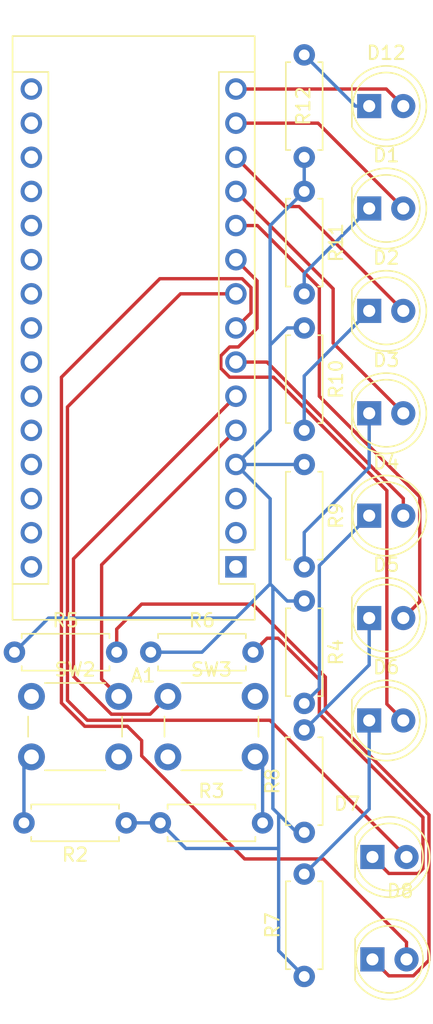
<source format=kicad_pcb>
(kicad_pcb (version 20211014) (generator pcbnew)
  (layers (0 "F.Cu" signal) (31 "B.Cu" signal) (34 "B.Paste" user) (35 "F.Paste" user) (36 "B.SilkS" user "B.Silkscreen") (37 "F.SilkS" user "F.Silkscreen") (38 "B.Mask" user) (39 "F.Mask" user) (44 "Edge.Cuts" user))
  (net 0 "")
  (net 4 "Net-(A1-Pad4)")
  (net 5 "Net-(A1-Pad5)")
  (net 6 "Net-(A1-Pad6)")
  (net 7 "Net-(A1-Pad7)")
  (net 8 "Net-(A1-Pad8)")
  (net 9 "Net-(A1-Pad9)")
  (net 10 "Net-(A1-Pad10)")
  (net 11 "Net-(A1-Pad11)")
  (net 12 "Net-(A1-Pad12)")
  (net 13 "Net-(A1-Pad13)")
  (net 14 "Net-(A1-Pad14)")
  (net 15 "Net-(A1-Pad15)")
  (net 31 "Net-(D1-Pad1)")
  (net 32 "Net-(D2-Pad1)")
  (net 33 "Net-(D3-Pad1)")
  (net 34 "Net-(D4-Pad1)")
  (net 35 "Net-(D5-Pad1)")
  (net 36 "Net-(D6-Pad1)")
  (net 37 "Net-(D7-Pad1)")
  (net 38 "Net-(D8-Pad1)")
  (net 39 "Net-(D12-Pad1)")
  (net 40 "Net-(R2-Pad2)")
  (net 41 "Net-(R3-Pad2)")
  (footprint "Module:Arduino_Nano" (layer "F.Cu") (at 114.29 67.31 180)
    (fp_text reference "A1" (at 6.91 -8.08) (layer "F.SilkS"))
    (fp_text value "Arduino_Nano_v3.x")
    (fp_line (start 1.27 1.27) (end 1.27 -1.27) (layer "F.SilkS") (width 0.12))
    (fp_line (start 13.97 36.83) (end 16.64 36.83) (layer "F.SilkS") (width 0.12))
    (fp_line (start 1.27 1.27) (end -1.4 1.27) (layer "F.SilkS") (width 0.12))
    (fp_line (start 1.27 1.27) (end 1.27 36.83) (layer "F.SilkS") (width 0.12))
    (fp_line (start -1.4 -3.94) (end -1.4 -1.27) (layer "F.SilkS") (width 0.12))
    (fp_line (start 13.97 -1.27) (end 13.97 36.83) (layer "F.SilkS") (width 0.12))
    (fp_line (start -1.4 1.27) (end -1.4 39.5) (layer "F.SilkS") (width 0.12))
    (fp_line (start 1.27 -1.27) (end -1.4 -1.27) (layer "F.SilkS") (width 0.12))
    (fp_line (start 1.27 36.83) (end -1.4 36.83) (layer "F.SilkS") (width 0.12))
    (fp_line (start 13.97 -1.27) (end 16.64 -1.27) (layer "F.SilkS") (width 0.12))
    (fp_line (start 16.64 39.5) (end 16.64 -3.94) (layer "F.SilkS") (width 0.12))
    (fp_line (start -1.4 39.5) (end 16.64 39.5) (layer "F.SilkS") (width 0.12))
    (fp_line (start 16.64 -3.94) (end -1.4 -3.94) (layer "F.SilkS") (width 0.12))
    (pad "1" thru_hole rect (at 0 0 180) (size 1.6 1.6) (drill 1) (layers *.Cu *.Mask))
    (pad "2" thru_hole oval (at 0 2.54 180) (size 1.6 1.6) (drill 1) (layers *.Cu *.Mask))
    (pad "3" thru_hole oval (at 0 5.08 180) (size 1.6 1.6) (drill 1) (layers *.Cu *.Mask))
    (pad "4" thru_hole oval (at 0 7.62 180) (size 1.6 1.6) (drill 1) (layers *.Cu *.Mask) (net 4 "Net-(A1-Pad4)"))
    (pad "5" thru_hole oval (at 0 10.16 180) (size 1.6 1.6) (drill 1) (layers *.Cu *.Mask) (net 5 "Net-(A1-Pad5)"))
    (pad "6" thru_hole oval (at 0 12.7 180) (size 1.6 1.6) (drill 1) (layers *.Cu *.Mask) (net 6 "Net-(A1-Pad6)"))
    (pad "7" thru_hole oval (at 0 15.24 180) (size 1.6 1.6) (drill 1) (layers *.Cu *.Mask) (net 7 "Net-(A1-Pad7)"))
    (pad "8" thru_hole oval (at 0 17.78 180) (size 1.6 1.6) (drill 1) (layers *.Cu *.Mask) (net 8 "Net-(A1-Pad8)"))
    (pad "9" thru_hole oval (at 0 20.32 180) (size 1.6 1.6) (drill 1) (layers *.Cu *.Mask) (net 9 "Net-(A1-Pad9)"))
    (pad "10" thru_hole oval (at 0 22.86 180) (size 1.6 1.6) (drill 1) (layers *.Cu *.Mask) (net 10 "Net-(A1-Pad10)"))
    (pad "11" thru_hole oval (at 0 25.4 180) (size 1.6 1.6) (drill 1) (layers *.Cu *.Mask) (net 11 "Net-(A1-Pad11)"))
    (pad "12" thru_hole oval (at 0 27.94 180) (size 1.6 1.6) (drill 1) (layers *.Cu *.Mask) (net 12 "Net-(A1-Pad12)"))
    (pad "13" thru_hole oval (at 0 30.48 180) (size 1.6 1.6) (drill 1) (layers *.Cu *.Mask) (net 13 "Net-(A1-Pad13)"))
    (pad "14" thru_hole oval (at 0 33.02 180) (size 1.6 1.6) (drill 1) (layers *.Cu *.Mask) (net 14 "Net-(A1-Pad14)"))
    (pad "15" thru_hole oval (at 0 35.56 180) (size 1.6 1.6) (drill 1) (layers *.Cu *.Mask) (net 15 "Net-(A1-Pad15)"))
    (pad "16" thru_hole oval (at 15.24 35.56 180) (size 1.6 1.6) (drill 1) (layers *.Cu *.Mask))
    (pad "17" thru_hole oval (at 15.24 33.02 180) (size 1.6 1.6) (drill 1) (layers *.Cu *.Mask))
    (pad "18" thru_hole oval (at 15.24 30.48 180) (size 1.6 1.6) (drill 1) (layers *.Cu *.Mask))
    (pad "19" thru_hole oval (at 15.24 27.94 180) (size 1.6 1.6) (drill 1) (layers *.Cu *.Mask))
    (pad "20" thru_hole oval (at 15.24 25.4 180) (size 1.6 1.6) (drill 1) (layers *.Cu *.Mask))
    (pad "21" thru_hole oval (at 15.24 22.86 180) (size 1.6 1.6) (drill 1) (layers *.Cu *.Mask))
    (pad "22" thru_hole oval (at 15.24 20.32 180) (size 1.6 1.6) (drill 1) (layers *.Cu *.Mask))
    (pad "23" thru_hole oval (at 15.24 17.78 180) (size 1.6 1.6) (drill 1) (layers *.Cu *.Mask))
    (pad "24" thru_hole oval (at 15.24 15.24 180) (size 1.6 1.6) (drill 1) (layers *.Cu *.Mask))
    (pad "25" thru_hole oval (at 15.24 12.7 180) (size 1.6 1.6) (drill 1) (layers *.Cu *.Mask))
    (pad "26" thru_hole oval (at 15.24 10.16 180) (size 1.6 1.6) (drill 1) (layers *.Cu *.Mask))
    (pad "27" thru_hole oval (at 15.24 7.62 180) (size 1.6 1.6) (drill 1) (layers *.Cu *.Mask))
    (pad "28" thru_hole oval (at 15.24 5.08 180) (size 1.6 1.6) (drill 1) (layers *.Cu *.Mask))
    (pad "29" thru_hole oval (at 15.24 2.54 180) (size 1.6 1.6) (drill 1) (layers *.Cu *.Mask))
    (pad "30" thru_hole oval (at 15.24 0 180) (size 1.6 1.6) (drill 1) (layers *.Cu *.Mask))
  )
  (footprint "Resistor_THT:R_Axial_DIN0207_L6.3mm_D2.5mm_P7.62mm_Horizontal" (layer "F.Cu") (at 119.38 49.53 -90)
    (fp_text reference "R10" (at 3.81 -2.37 90) (layer "F.SilkS"))
    (fp_text value "220")
    (fp_line (start 0.54 1.37) (end 7.08 1.37) (layer "F.SilkS") (width 0.12))
    (fp_line (start 7.08 1.37) (end 7.08 1.04) (layer "F.SilkS") (width 0.12))
    (fp_line (start 0.54 -1.37) (end 7.08 -1.37) (layer "F.SilkS") (width 0.12))
    (fp_line (start 0.54 1.04) (end 0.54 1.37) (layer "F.SilkS") (width 0.12))
    (fp_line (start 7.08 -1.37) (end 7.08 -1.04) (layer "F.SilkS") (width 0.12))
    (fp_line (start 0.54 -1.04) (end 0.54 -1.37) (layer "F.SilkS") (width 0.12))
    (pad "1" thru_hole circle (at 0 0 270) (size 1.6 1.6) (drill 0.8) (layers *.Cu *.Mask) (net 4 "Net-(A1-Pad4)"))
    (pad "2" thru_hole oval (at 7.62 0 270) (size 1.6 1.6) (drill 0.8) (layers *.Cu *.Mask) (net 32 "Net-(D2-Pad1)"))
  )
  (footprint "Button_Switch_THT:SW_PUSH_6mm" (layer "F.Cu") (at 109.22 76.95)
    (fp_text reference "SW3" (at 3.25 -2) (layer "F.SilkS"))
    (fp_text value "SW_Push")
    (fp_line (start 5.5 -1) (end 1 -1) (layer "F.SilkS") (width 0.12))
    (fp_line (start 1 5.5) (end 5.5 5.5) (layer "F.SilkS") (width 0.12))
    (fp_line (start 6.75 3) (end 6.75 1.5) (layer "F.SilkS") (width 0.12))
    (fp_line (start -0.25 1.5) (end -0.25 3) (layer "F.SilkS") (width 0.12))
    (pad "1" thru_hole circle (at 0 0 90) (size 2 2) (drill 1.1) (layers *.Cu *.Mask) (net 6 "Net-(A1-Pad6)"))
    (pad "1" thru_hole circle (at 6.5 0 90) (size 2 2) (drill 1.1) (layers *.Cu *.Mask) (net 6 "Net-(A1-Pad6)"))
    (pad "2" thru_hole circle (at 0 4.5 90) (size 2 2) (drill 1.1) (layers *.Cu *.Mask) (net 41 "Net-(R3-Pad2)"))
    (pad "2" thru_hole circle (at 6.5 4.5 90) (size 2 2) (drill 1.1) (layers *.Cu *.Mask) (net 41 "Net-(R3-Pad2)"))
  )
  (footprint "LED_THT:LED_D5.0mm" (layer "F.Cu") (at 124.22 55.88)
    (fp_text reference "D3" (at 1.27 -3.96) (layer "F.SilkS"))
    (fp_text value "LED")
    (fp_line (start -1.29 -1.545) (end -1.29 1.545) (layer "F.SilkS") (width 0.12))
    (fp_arc (start -1.29 -1.54483) (mid 2.072002 -2.880433) (end 4.26 0.000462) (layer "F.SilkS") (width 0.12))
    (fp_arc (start 4.26 -0.000462) (mid 2.072002 2.880433) (end -1.29 1.54483) (layer "F.SilkS") (width 0.12))
    (fp_circle (center 1.27 0) (end 3.77 0) (layer "F.SilkS") (width 0.12) (fill none))
    (pad "1" thru_hole rect (at 0 0) (size 1.8 1.8) (drill 0.9) (layers *.Cu *.Mask) (net 33 "Net-(D3-Pad1)"))
    (pad "2" thru_hole circle (at 2.54 0) (size 1.8 1.8) (drill 0.9) (layers *.Cu *.Mask) (net 12 "Net-(A1-Pad12)"))
  )
  (footprint "LED_THT:LED_D5.0mm" (layer "F.Cu") (at 124.46 96.52)
    (fp_text reference "D8" (at 2.072002 -5.08) (layer "F.SilkS"))
    (fp_text value "LED")
    (fp_line (start -1.29 -1.545) (end -1.29 1.545) (layer "F.SilkS") (width 0.12))
    (fp_arc (start -1.29 -1.54483) (mid 2.072002 -2.880433) (end 4.26 0.000462) (layer "F.SilkS") (width 0.12))
    (fp_arc (start 4.26 -0.000462) (mid 2.072002 2.880433) (end -1.29 1.54483) (layer "F.SilkS") (width 0.12))
    (fp_circle (center 1.27 0) (end 3.77 0) (layer "F.SilkS") (width 0.12) (fill none))
    (pad "1" thru_hole rect (at 0 0) (size 1.8 1.8) (drill 0.9) (layers *.Cu *.Mask) (net 38 "Net-(D8-Pad1)"))
    (pad "2" thru_hole circle (at 2.54 0) (size 1.8 1.8) (drill 0.9) (layers *.Cu *.Mask) (net 8 "Net-(A1-Pad8)"))
  )
  (footprint "Resistor_THT:R_Axial_DIN0207_L6.3mm_D2.5mm_P7.62mm_Horizontal" (layer "F.Cu") (at 119.38 69.85 -90)
    (fp_text reference "R4" (at 3.81 -2.37 90) (layer "F.SilkS"))
    (fp_text value "220")
    (fp_line (start 0.54 -1.37) (end 7.08 -1.37) (layer "F.SilkS") (width 0.12))
    (fp_line (start 7.08 1.37) (end 7.08 1.04) (layer "F.SilkS") (width 0.12))
    (fp_line (start 0.54 1.04) (end 0.54 1.37) (layer "F.SilkS") (width 0.12))
    (fp_line (start 0.54 -1.04) (end 0.54 -1.37) (layer "F.SilkS") (width 0.12))
    (fp_line (start 0.54 1.37) (end 7.08 1.37) (layer "F.SilkS") (width 0.12))
    (fp_line (start 7.08 -1.37) (end 7.08 -1.04) (layer "F.SilkS") (width 0.12))
    (pad "1" thru_hole circle (at 0 0 270) (size 1.6 1.6) (drill 0.8) (layers *.Cu *.Mask) (net 4 "Net-(A1-Pad4)"))
    (pad "2" thru_hole oval (at 7.62 0 270) (size 1.6 1.6) (drill 0.8) (layers *.Cu *.Mask) (net 34 "Net-(D4-Pad1)"))
  )
  (footprint "Resistor_THT:R_Axial_DIN0207_L6.3mm_D2.5mm_P7.62mm_Horizontal" (layer "F.Cu") (at 108.66 86.36)
    (fp_text reference "R3" (at 3.81 -2.37) (layer "F.SilkS"))
    (fp_text value "220")
    (fp_line (start 0.54 -1.04) (end 0.54 -1.37) (layer "F.SilkS") (width 0.12))
    (fp_line (start 7.08 1.37) (end 7.08 1.04) (layer "F.SilkS") (width 0.12))
    (fp_line (start 0.54 1.37) (end 7.08 1.37) (layer "F.SilkS") (width 0.12))
    (fp_line (start 0.54 1.04) (end 0.54 1.37) (layer "F.SilkS") (width 0.12))
    (fp_line (start 7.08 -1.37) (end 7.08 -1.04) (layer "F.SilkS") (width 0.12))
    (fp_line (start 0.54 -1.37) (end 7.08 -1.37) (layer "F.SilkS") (width 0.12))
    (pad "1" thru_hole circle (at 0 0) (size 1.6 1.6) (drill 0.8) (layers *.Cu *.Mask) (net 4 "Net-(A1-Pad4)"))
    (pad "2" thru_hole oval (at 7.62 0) (size 1.6 1.6) (drill 0.8) (layers *.Cu *.Mask) (net 41 "Net-(R3-Pad2)"))
  )
  (footprint "Resistor_THT:R_Axial_DIN0207_L6.3mm_D2.5mm_P7.62mm_Horizontal" (layer "F.Cu") (at 97.79 73.66)
    (fp_text reference "R5" (at 3.81 -2.37) (layer "F.SilkS"))
    (fp_text value "220")
    (fp_line (start 0.54 1.37) (end 7.08 1.37) (layer "F.SilkS") (width 0.12))
    (fp_line (start 7.08 1.37) (end 7.08 1.04) (layer "F.SilkS") (width 0.12))
    (fp_line (start 0.54 -1.37) (end 7.08 -1.37) (layer "F.SilkS") (width 0.12))
    (fp_line (start 0.54 1.04) (end 0.54 1.37) (layer "F.SilkS") (width 0.12))
    (fp_line (start 7.08 -1.37) (end 7.08 -1.04) (layer "F.SilkS") (width 0.12))
    (fp_line (start 0.54 -1.04) (end 0.54 -1.37) (layer "F.SilkS") (width 0.12))
    (pad "1" thru_hole circle (at 0 0) (size 1.6 1.6) (drill 0.8) (layers *.Cu *.Mask) (net 4 "Net-(A1-Pad4)"))
    (pad "2" thru_hole oval (at 7.62 0) (size 1.6 1.6) (drill 0.8) (layers *.Cu *.Mask) (net 38 "Net-(D8-Pad1)"))
  )
  (footprint "Resistor_THT:R_Axial_DIN0207_L6.3mm_D2.5mm_P7.62mm_Horizontal" (layer "F.Cu") (at 119.38 36.83 90)
    (fp_text reference "R12" (at 3.81 -0.07 90) (layer "F.SilkS"))
    (fp_text value "220")
    (fp_line (start 0.54 -1.04) (end 0.54 -1.37) (layer "F.SilkS") (width 0.12))
    (fp_line (start 0.54 1.04) (end 0.54 1.37) (layer "F.SilkS") (width 0.12))
    (fp_line (start 0.54 1.37) (end 7.08 1.37) (layer "F.SilkS") (width 0.12))
    (fp_line (start 0.54 -1.37) (end 7.08 -1.37) (layer "F.SilkS") (width 0.12))
    (fp_line (start 7.08 1.37) (end 7.08 1.04) (layer "F.SilkS") (width 0.12))
    (fp_line (start 7.08 -1.37) (end 7.08 -1.04) (layer "F.SilkS") (width 0.12))
    (pad "1" thru_hole circle (at 0 0 90) (size 1.6 1.6) (drill 0.8) (layers *.Cu *.Mask) (net 4 "Net-(A1-Pad4)"))
    (pad "2" thru_hole oval (at 7.62 0 90) (size 1.6 1.6) (drill 0.8) (layers *.Cu *.Mask) (net 39 "Net-(D12-Pad1)"))
  )
  (footprint "Resistor_THT:R_Axial_DIN0207_L6.3mm_D2.5mm_P7.62mm_Horizontal" (layer "F.Cu") (at 119.38 39.37 -90)
    (fp_text reference "R11" (at 3.81 -2.37 90) (layer "F.SilkS"))
    (fp_text value "220")
    (fp_line (start 0.54 1.04) (end 0.54 1.37) (layer "F.SilkS") (width 0.12))
    (fp_line (start 0.54 -1.04) (end 0.54 -1.37) (layer "F.SilkS") (width 0.12))
    (fp_line (start 7.08 -1.37) (end 7.08 -1.04) (layer "F.SilkS") (width 0.12))
    (fp_line (start 0.54 -1.37) (end 7.08 -1.37) (layer "F.SilkS") (width 0.12))
    (fp_line (start 0.54 1.37) (end 7.08 1.37) (layer "F.SilkS") (width 0.12))
    (fp_line (start 7.08 1.37) (end 7.08 1.04) (layer "F.SilkS") (width 0.12))
    (pad "1" thru_hole circle (at 0 0 270) (size 1.6 1.6) (drill 0.8) (layers *.Cu *.Mask) (net 4 "Net-(A1-Pad4)"))
    (pad "2" thru_hole oval (at 7.62 0 270) (size 1.6 1.6) (drill 0.8) (layers *.Cu *.Mask) (net 31 "Net-(D1-Pad1)"))
  )
  (footprint "LED_THT:LED_D5.0mm" (layer "F.Cu") (at 124.22 71.12)
    (fp_text reference "D5" (at 1.27 -3.96) (layer "F.SilkS"))
    (fp_text value "LED")
    (fp_line (start -1.29 -1.545) (end -1.29 1.545) (layer "F.SilkS") (width 0.12))
    (fp_arc (start 4.26 -0.000462) (mid 2.072002 2.880433) (end -1.29 1.54483) (layer "F.SilkS") (width 0.12))
    (fp_arc (start -1.29 -1.54483) (mid 2.072002 -2.880433) (end 4.26 0.000462) (layer "F.SilkS") (width 0.12))
    (fp_circle (center 1.27 0) (end 3.77 0) (layer "F.SilkS") (width 0.12) (fill none))
    (pad "1" thru_hole rect (at 0 0) (size 1.8 1.8) (drill 0.9) (layers *.Cu *.Mask) (net 35 "Net-(D5-Pad1)"))
    (pad "2" thru_hole circle (at 2.54 0) (size 1.8 1.8) (drill 0.9) (layers *.Cu *.Mask) (net 11 "Net-(A1-Pad11)"))
  )
  (footprint "LED_THT:LED_D5.0mm" (layer "F.Cu") (at 124.22 33.02)
    (fp_text reference "D12" (at 1.27 -3.96) (layer "F.SilkS"))
    (fp_text value "LED")
    (fp_line (start -1.29 -1.545) (end -1.29 1.545) (layer "F.SilkS") (width 0.12))
    (fp_arc (start -1.29 -1.54483) (mid 2.072002 -2.880433) (end 4.26 0.000462) (layer "F.SilkS") (width 0.12))
    (fp_arc (start 4.26 -0.000462) (mid 2.072002 2.880433) (end -1.29 1.54483) (layer "F.SilkS") (width 0.12))
    (fp_circle (center 1.27 0) (end 3.77 0) (layer "F.SilkS") (width 0.12) (fill none))
    (pad "1" thru_hole rect (at 0 0) (size 1.8 1.8) (drill 0.9) (layers *.Cu *.Mask) (net 39 "Net-(D12-Pad1)"))
    (pad "2" thru_hole circle (at 2.54 0) (size 1.8 1.8) (drill 0.9) (layers *.Cu *.Mask) (net 15 "Net-(A1-Pad15)"))
  )
  (footprint "LED_THT:LED_D5.0mm" (layer "F.Cu") (at 124.22 40.64)
    (fp_text reference "D1" (at 1.27 -3.96) (layer "F.SilkS"))
    (fp_text value "LED")
    (fp_line (start -1.29 -1.545) (end -1.29 1.545) (layer "F.SilkS") (width 0.12))
    (fp_arc (start -1.29 -1.54483) (mid 2.072002 -2.880433) (end 4.26 0.000462) (layer "F.SilkS") (width 0.12))
    (fp_arc (start 4.26 -0.000462) (mid 2.072002 2.880433) (end -1.29 1.54483) (layer "F.SilkS") (width 0.12))
    (fp_circle (center 1.27 0) (end 3.77 0) (layer "F.SilkS") (width 0.12) (fill none))
    (pad "1" thru_hole rect (at 0 0) (size 1.8 1.8) (drill 0.9) (layers *.Cu *.Mask) (net 31 "Net-(D1-Pad1)"))
    (pad "2" thru_hole circle (at 2.54 0) (size 1.8 1.8) (drill 0.9) (layers *.Cu *.Mask) (net 14 "Net-(A1-Pad14)"))
  )
  (footprint "LED_THT:LED_D5.0mm" (layer "F.Cu") (at 124.46 88.9)
    (fp_text reference "D7" (at -1.88 -3.96) (layer "F.SilkS"))
    (fp_text value "LED")
    (fp_line (start -1.29 -1.545) (end -1.29 1.545) (layer "F.SilkS") (width 0.12))
    (fp_arc (start -1.29 -1.54483) (mid 2.072002 -2.880433) (end 4.26 0.000462) (layer "F.SilkS") (width 0.12))
    (fp_arc (start 4.26 -0.000462) (mid 2.072002 2.880433) (end -1.29 1.54483) (layer "F.SilkS") (width 0.12))
    (fp_circle (center 1.27 0) (end 3.77 0) (layer "F.SilkS") (width 0.12) (fill none))
    (pad "1" thru_hole rect (at 0 0) (size 1.8 1.8) (drill 0.9) (layers *.Cu *.Mask) (net 37 "Net-(D7-Pad1)"))
    (pad "2" thru_hole circle (at 2.54 0) (size 1.8 1.8) (drill 0.9) (layers *.Cu *.Mask) (net 9 "Net-(A1-Pad9)"))
  )
  (footprint "Resistor_THT:R_Axial_DIN0207_L6.3mm_D2.5mm_P7.62mm_Horizontal" (layer "F.Cu") (at 106.12 86.36 180)
    (fp_text reference "R2" (at 3.81 -2.37) (layer "F.SilkS"))
    (fp_text value "220")
    (fp_line (start 0.54 1.04) (end 0.54 1.37) (layer "F.SilkS") (width 0.12))
    (fp_line (start 0.54 -1.37) (end 7.08 -1.37) (layer "F.SilkS") (width 0.12))
    (fp_line (start 7.08 -1.37) (end 7.08 -1.04) (layer "F.SilkS") (width 0.12))
    (fp_line (start 0.54 1.37) (end 7.08 1.37) (layer "F.SilkS") (width 0.12))
    (fp_line (start 7.08 1.37) (end 7.08 1.04) (layer "F.SilkS") (width 0.12))
    (fp_line (start 0.54 -1.04) (end 0.54 -1.37) (layer "F.SilkS") (width 0.12))
    (pad "1" thru_hole circle (at 0 0 180) (size 1.6 1.6) (drill 0.8) (layers *.Cu *.Mask) (net 4 "Net-(A1-Pad4)"))
    (pad "2" thru_hole oval (at 7.62 0 180) (size 1.6 1.6) (drill 0.8) (layers *.Cu *.Mask) (net 40 "Net-(R2-Pad2)"))
  )
  (footprint "LED_THT:LED_D5.0mm" (layer "F.Cu") (at 124.22 63.5)
    (fp_text reference "D4" (at 1.27 -3.96) (layer "F.SilkS"))
    (fp_text value "LED")
    (fp_line (start -1.29 -1.545) (end -1.29 1.545) (layer "F.SilkS") (width 0.12))
    (fp_arc (start 4.26 -0.000462) (mid 2.072002 2.880433) (end -1.29 1.54483) (layer "F.SilkS") (width 0.12))
    (fp_arc (start -1.29 -1.54483) (mid 2.072002 -2.880433) (end 4.26 0.000462) (layer "F.SilkS") (width 0.12))
    (fp_circle (center 1.27 0) (end 3.77 0) (layer "F.SilkS") (width 0.12) (fill none))
    (pad "1" thru_hole rect (at 0 0) (size 1.8 1.8) (drill 0.9) (layers *.Cu *.Mask) (net 34 "Net-(D4-Pad1)"))
    (pad "2" thru_hole circle (at 2.54 0) (size 1.8 1.8) (drill 0.9) (layers *.Cu *.Mask) (net 7 "Net-(A1-Pad7)"))
  )
  (footprint "Button_Switch_THT:SW_PUSH_6mm" (layer "F.Cu") (at 99.06 76.95)
    (fp_text reference "SW2" (at 3.25 -2) (layer "F.SilkS"))
    (fp_text value "SW_Push")
    (fp_line (start 1 5.5) (end 5.5 5.5) (layer "F.SilkS") (width 0.12))
    (fp_line (start 6.75 3) (end 6.75 1.5) (layer "F.SilkS") (width 0.12))
    (fp_line (start -0.25 1.5) (end -0.25 3) (layer "F.SilkS") (width 0.12))
    (fp_line (start 5.5 -1) (end 1 -1) (layer "F.SilkS") (width 0.12))
    (pad "1" thru_hole circle (at 0 0 90) (size 2 2) (drill 1.1) (layers *.Cu *.Mask) (net 5 "Net-(A1-Pad5)"))
    (pad "1" thru_hole circle (at 6.5 0 90) (size 2 2) (drill 1.1) (layers *.Cu *.Mask) (net 5 "Net-(A1-Pad5)"))
    (pad "2" thru_hole circle (at 6.5 4.5 90) (size 2 2) (drill 1.1) (layers *.Cu *.Mask) (net 40 "Net-(R2-Pad2)"))
    (pad "2" thru_hole circle (at 0 4.5 90) (size 2 2) (drill 1.1) (layers *.Cu *.Mask) (net 40 "Net-(R2-Pad2)"))
  )
  (footprint "Resistor_THT:R_Axial_DIN0207_L6.3mm_D2.5mm_P7.62mm_Horizontal" (layer "F.Cu") (at 119.38 87.07 90)
    (fp_text reference "R8" (at 3.81 -2.37 90) (layer "F.SilkS"))
    (fp_text value "220")
    (fp_line (start 0.54 -1.37) (end 7.08 -1.37) (layer "F.SilkS") (width 0.12))
    (fp_line (start 0.54 -1.04) (end 0.54 -1.37) (layer "F.SilkS") (width 0.12))
    (fp_line (start 7.08 1.37) (end 7.08 1.04) (layer "F.SilkS") (width 0.12))
    (fp_line (start 0.54 1.37) (end 7.08 1.37) (layer "F.SilkS") (width 0.12))
    (fp_line (start 7.08 -1.37) (end 7.08 -1.04) (layer "F.SilkS") (width 0.12))
    (fp_line (start 0.54 1.04) (end 0.54 1.37) (layer "F.SilkS") (width 0.12))
    (pad "1" thru_hole circle (at 0 0 90) (size 1.6 1.6) (drill 0.8) (layers *.Cu *.Mask) (net 4 "Net-(A1-Pad4)"))
    (pad "2" thru_hole oval (at 7.62 0 90) (size 1.6 1.6) (drill 0.8) (layers *.Cu *.Mask) (net 35 "Net-(D5-Pad1)"))
  )
  (footprint "LED_THT:LED_D5.0mm" (layer "F.Cu") (at 124.22 48.26)
    (fp_text reference "D2" (at 1.27 -3.96) (layer "F.SilkS"))
    (fp_text value "LED")
    (fp_line (start -1.29 -1.545) (end -1.29 1.545) (layer "F.SilkS") (width 0.12))
    (fp_arc (start -1.29 -1.54483) (mid 2.072002 -2.880433) (end 4.26 0.000462) (layer "F.SilkS") (width 0.12))
    (fp_arc (start 4.26 -0.000462) (mid 2.072002 2.880433) (end -1.29 1.54483) (layer "F.SilkS") (width 0.12))
    (fp_circle (center 1.27 0) (end 3.77 0) (layer "F.SilkS") (width 0.12) (fill none))
    (pad "1" thru_hole rect (at 0 0) (size 1.8 1.8) (drill 0.9) (layers *.Cu *.Mask) (net 32 "Net-(D2-Pad1)"))
    (pad "2" thru_hole circle (at 2.54 0) (size 1.8 1.8) (drill 0.9) (layers *.Cu *.Mask) (net 13 "Net-(A1-Pad13)"))
  )
  (footprint "Resistor_THT:R_Axial_DIN0207_L6.3mm_D2.5mm_P7.62mm_Horizontal" (layer "F.Cu") (at 119.38 59.69 -90)
    (fp_text reference "R9" (at 3.81 -2.37 90) (layer "F.SilkS"))
    (fp_text value "220")
    (fp_line (start 0.54 -1.04) (end 0.54 -1.37) (layer "F.SilkS") (width 0.12))
    (fp_line (start 0.54 -1.37) (end 7.08 -1.37) (layer "F.SilkS") (width 0.12))
    (fp_line (start 0.54 1.04) (end 0.54 1.37) (layer "F.SilkS") (width 0.12))
    (fp_line (start 0.54 1.37) (end 7.08 1.37) (layer "F.SilkS") (width 0.12))
    (fp_line (start 7.08 1.37) (end 7.08 1.04) (layer "F.SilkS") (width 0.12))
    (fp_line (start 7.08 -1.37) (end 7.08 -1.04) (layer "F.SilkS") (width 0.12))
    (pad "1" thru_hole circle (at 0 0 270) (size 1.6 1.6) (drill 0.8) (layers *.Cu *.Mask) (net 4 "Net-(A1-Pad4)"))
    (pad "2" thru_hole oval (at 7.62 0 270) (size 1.6 1.6) (drill 0.8) (layers *.Cu *.Mask) (net 33 "Net-(D3-Pad1)"))
  )
  (footprint "LED_THT:LED_D5.0mm" (layer "F.Cu") (at 124.22 78.74)
    (fp_text reference "D6" (at 1.27 -3.96) (layer "F.SilkS"))
    (fp_text value "LED")
    (fp_line (start -1.29 -1.545) (end -1.29 1.545) (layer "F.SilkS") (width 0.12))
    (fp_arc (start -1.29 -1.54483) (mid 2.072002 -2.880433) (end 4.26 0.000462) (layer "F.SilkS") (width 0.12))
    (fp_arc (start 4.26 -0.000462) (mid 2.072002 2.880433) (end -1.29 1.54483) (layer "F.SilkS") (width 0.12))
    (fp_circle (center 1.27 0) (end 3.77 0) (layer "F.SilkS") (width 0.12) (fill none))
    (pad "1" thru_hole rect (at 0 0) (size 1.8 1.8) (drill 0.9) (layers *.Cu *.Mask) (net 36 "Net-(D6-Pad1)"))
    (pad "2" thru_hole circle (at 2.54 0) (size 1.8 1.8) (drill 0.9) (layers *.Cu *.Mask) (net 10 "Net-(A1-Pad10)"))
  )
  (footprint "Resistor_THT:R_Axial_DIN0207_L6.3mm_D2.5mm_P7.62mm_Horizontal" (layer "F.Cu") (at 119.38 97.79 90)
    (fp_text reference "R7" (at 3.81 -2.37 90) (layer "F.SilkS"))
    (fp_text value "220")
    (fp_line (start 0.54 1.04) (end 0.54 1.37) (layer "F.SilkS") (width 0.12))
    (fp_line (start 7.08 1.37) (end 7.08 1.04) (layer "F.SilkS") (width 0.12))
    (fp_line (start 7.08 -1.37) (end 7.08 -1.04) (layer "F.SilkS") (width 0.12))
    (fp_line (start 0.54 -1.37) (end 7.08 -1.37) (layer "F.SilkS") (width 0.12))
    (fp_line (start 0.54 -1.04) (end 0.54 -1.37) (layer "F.SilkS") (width 0.12))
    (fp_line (start 0.54 1.37) (end 7.08 1.37) (layer "F.SilkS") (width 0.12))
    (pad "1" thru_hole circle (at 0 0 90) (size 1.6 1.6) (drill 0.8) (layers *.Cu *.Mask) (net 4 "Net-(A1-Pad4)"))
    (pad "2" thru_hole oval (at 7.62 0 90) (size 1.6 1.6) (drill 0.8) (layers *.Cu *.Mask) (net 36 "Net-(D6-Pad1)"))
  )
  (footprint "Resistor_THT:R_Axial_DIN0207_L6.3mm_D2.5mm_P7.62mm_Horizontal" (layer "F.Cu") (at 107.95 73.66)
    (fp_text reference "R6" (at 3.81 -2.37) (layer "F.SilkS"))
    (fp_text value "220")
    (fp_line (start 7.08 1.37) (end 7.08 1.04) (layer "F.SilkS") (width 0.12))
    (fp_line (start 0.54 1.37) (end 7.08 1.37) (layer "F.SilkS") (width 0.12))
    (fp_line (start 0.54 -1.37) (end 7.08 -1.37) (layer "F.SilkS") (width 0.12))
    (fp_line (start 0.54 1.04) (end 0.54 1.37) (layer "F.SilkS") (width 0.12))
    (fp_line (start 7.08 -1.37) (end 7.08 -1.04) (layer "F.SilkS") (width 0.12))
    (fp_line (start 0.54 -1.04) (end 0.54 -1.37) (layer "F.SilkS") (width 0.12))
    (pad "1" thru_hole circle (at 0 0) (size 1.6 1.6) (drill 0.8) (layers *.Cu *.Mask) (net 4 "Net-(A1-Pad4)"))
    (pad "2" thru_hole oval (at 7.62 0) (size 1.6 1.6) (drill 0.8) (layers *.Cu *.Mask) (net 37 "Net-(D7-Pad1)"))
  )
  (segment (start 117.475 88.265) (end 110.565 88.265) (width 0.25) (layer "B.Cu") (net 4))
  (segment (start 116.84 62.24) (end 116.84 68.58) (width 0.25) (layer "B.Cu") (net 4))
  (segment (start 116.84 68.58) (end 118.11 69.85) (width 0.25) (layer "B.Cu") (net 4))
  (segment (start 114.3 71.12) (end 100.33 71.12) (width 0.25) (layer "B.Cu") (net 4))
  (segment (start 110.565 88.265) (end 108.66 86.36) (width 0.25) (layer "B.Cu") (net 4))
  (segment (start 117.475 85.725) (end 117.475 88.265) (width 0.25) (layer "B.Cu") (net 4))
  (segment (start 119.38 39.37) (end 119.38 36.83) (width 0.25) (layer "B.Cu") (net 4))
  (segment (start 114.3 71.12) (end 111.76 73.66) (width 0.25) (layer "B.Cu") (net 4))
  (segment (start 111.76 73.66) (end 107.95 73.66) (width 0.25) (layer "B.Cu") (net 4))
  (segment (start 118.11 49.53) (end 119.38 49.53) (width 0.25) (layer "B.Cu") (net 4))
  (segment (start 114.29 59.69) (end 116.84 57.14) (width 0.25) (layer "B.Cu") (net 4))
  (segment (start 117.475 88.265) (end 117.475 95.885) (width 0.25) (layer "B.Cu") (net 4))
  (segment (start 117.475 85.725) (end 119.38 87.63) (width 0.25) (layer "B.Cu") (net 4))
  (segment (start 114.29 59.69) (end 119.38 59.69) (width 0.25) (layer "B.Cu") (net 4))
  (segment (start 117.475 95.885) (end 119.38 97.79) (width 0.25) (layer "B.Cu") (net 4))
  (segment (start 117.044511 85.294511) (end 117.475 85.725) (width 0.25) (layer "B.Cu") (net 4))
  (segment (start 116.84 57.14) (end 116.84 50.8) (width 0.25) (layer "B.Cu") (net 4))
  (segment (start 114.29 59.69) (end 116.84 62.24) (width 0.25) (layer "B.Cu") (net 4))
  (segment (start 116.84 68.58) (end 114.3 71.12) (width 0.25) (layer "B.Cu") (net 4))
  (segment (start 108.66 86.36) (end 106.12 86.36) (width 0.25) (layer "B.Cu") (net 4))
  (segment (start 116.84 41.91) (end 119.38 39.37) (width 0.25) (layer "B.Cu") (net 4))
  (segment (start 117.044511 68.784511) (end 117.044511 85.294511) (width 0.25) (layer "B.Cu") (net 4))
  (segment (start 100.33 71.12) (end 97.79 73.66) (width 0.25) (layer "B.Cu") (net 4))
  (segment (start 118.11 69.85) (end 119.38 69.85) (width 0.25) (layer "B.Cu") (net 4))
  (segment (start 116.84 50.8) (end 118.11 49.53) (width 0.25) (layer "B.Cu") (net 4))
  (segment (start 116.84 50.8) (end 116.84 41.91) (width 0.25) (layer "B.Cu") (net 4))
  (segment (start 105.56 76.95) (end 104.285489 75.675489) (width 0.25) (layer "F.Cu") (net 5))
  (segment (start 104.285489 75.675489) (end 104.285489 67.154511) (width 0.25) (layer "F.Cu") (net 5))
  (segment (start 104.285489 67.154511) (end 114.29 57.15) (width 0.25) (layer "F.Cu") (net 5))
  (segment (start 105.011368 78.274511) (end 102.19 75.453143) (width 0.25) (layer "F.Cu") (net 6))
  (segment (start 109.22 76.95) (end 107.895489 78.274511) (width 0.25) (layer "F.Cu") (net 6))
  (segment (start 107.895489 78.274511) (end 105.011368 78.274511) (width 0.25) (layer "F.Cu") (net 6))
  (segment (start 102.19 66.71) (end 114.29 54.61) (width 0.25) (layer "F.Cu") (net 6))
  (segment (start 102.19 75.453143) (end 102.19 66.71) (width 0.25) (layer "F.Cu") (net 6))
  (segment (start 126.76 63.5) (end 126.76 62.227208) (width 0.25) (layer "F.Cu") (net 7))
  (segment (start 116.602792 52.07) (end 114.29 52.07) (width 0.25) (layer "F.Cu") (net 7))
  (segment (start 126.76 62.227208) (end 116.602792 52.07) (width 0.25) (layer "F.Cu") (net 7))
  (segment (start 108.624511 45.865489) (end 114.755789 45.865489) (width 0.25) (layer "F.Cu") (net 8))
  (segment (start 101.29096 77.436677) (end 101.29096 53.19904) (width 0.25) (layer "F.Cu") (net 8))
  (segment (start 127 95.247208) (end 120.798281 89.045489) (width 0.25) (layer "F.Cu") (net 8))
  (segment (start 115.414511 46.524211) (end 115.414511 48.405489) (width 0.25) (layer "F.Cu") (net 8))
  (segment (start 106.203551 79.173551) (end 103.027834 79.173551) (width 0.25) (layer "F.Cu") (net 8))
  (segment (start 107.27 80.24) (end 106.203551 79.173551) (width 0.25) (layer "F.Cu") (net 8))
  (segment (start 107.27 81.373143) (end 107.27 80.24) (width 0.25) (layer "F.Cu") (net 8))
  (segment (start 120.798281 89.045489) (end 114.942346 89.045489) (width 0.25) (layer "F.Cu") (net 8))
  (segment (start 127 96.52) (end 127 95.247208) (width 0.25) (layer "F.Cu") (net 8))
  (segment (start 103.027834 79.173551) (end 101.29096 77.436677) (width 0.25) (layer "F.Cu") (net 8))
  (segment (start 114.755789 45.865489) (end 115.414511 46.524211) (width 0.25) (layer "F.Cu") (net 8))
  (segment (start 115.414511 48.405489) (end 114.29 49.53) (width 0.25) (layer "F.Cu") (net 8))
  (segment (start 114.942346 89.045489) (end 107.27 81.373143) (width 0.25) (layer "F.Cu") (net 8))
  (segment (start 101.29096 53.19904) (end 108.624511 45.865489) (width 0.25) (layer "F.Cu") (net 8))
  (segment (start 110.1597 46.99) (end 114.29 46.99) (width 0.25) (layer "F.Cu") (net 9))
  (segment (start 103.214031 78.724031) (end 101.74048 77.25048) (width 0.25) (layer "F.Cu") (net 9))
  (segment (start 127 88.9) (end 116.824031 78.724031) (width 0.25) (layer "F.Cu") (net 9))
  (segment (start 116.824031 78.724031) (end 103.214031 78.724031) (width 0.25) (layer "F.Cu") (net 9))
  (segment (start 101.74048 55.40922) (end 110.1597 46.99) (width 0.25) (layer "F.Cu") (net 9))
  (segment (start 101.74048 77.25048) (end 101.74048 55.40922) (width 0.25) (layer "F.Cu") (net 9))
  (segment (start 113.824211 53.194511) (end 113.165489 52.535789) (width 0.25) (layer "F.Cu") (net 10))
  (segment (start 113.165489 52.535789) (end 113.165489 51.604211) (width 0.25) (layer "F.Cu") (net 10))
  (segment (start 125.535489 61.638415) (end 117.091585 53.194511) (width 0.25) (layer "F.Cu") (net 10))
  (segment (start 114.464811 50.945489) (end 115.864031 49.546269) (width 0.25) (layer "F.Cu") (net 10))
  (segment (start 113.824211 50.945489) (end 114.464811 50.945489) (width 0.25) (layer "F.Cu") (net 10))
  (segment (start 117.091585 53.194511) (end 113.824211 53.194511) (width 0.25) (layer "F.Cu") (net 10))
  (segment (start 126.76 78.74) (end 125.535489 77.515489) (width 0.25) (layer "F.Cu") (net 10))
  (segment (start 115.864031 46.024031) (end 114.29 44.45) (width 0.25) (layer "F.Cu") (net 10))
  (segment (start 113.165489 51.604211) (end 113.824211 50.945489) (width 0.25) (layer "F.Cu") (net 10))
  (segment (start 115.864031 49.546269) (end 115.864031 46.024031) (width 0.25) (layer "F.Cu") (net 10))
  (segment (start 125.535489 77.515489) (end 125.535489 61.638415) (width 0.25) (layer "F.Cu") (net 10))
  (segment (start 115.8903 41.91) (end 114.29 41.91) (width 0.25) (layer "F.Cu") (net 11))
  (segment (start 127.984511 62.093533) (end 120.504511 54.613533) (width 0.25) (layer "F.Cu") (net 11))
  (segment (start 120.504511 54.613533) (end 120.504511 46.524211) (width 0.25) (layer "F.Cu") (net 11))
  (segment (start 127.984511 69.895489) (end 127.984511 62.093533) (width 0.25) (layer "F.Cu") (net 11))
  (segment (start 120.504511 46.524211) (end 115.8903 41.91) (width 0.25) (layer "F.Cu") (net 11))
  (segment (start 126.76 71.12) (end 127.984511 69.895489) (width 0.25) (layer "F.Cu") (net 11))
  (segment (start 121.534511 50.654511) (end 121.534511 46.614511) (width 0.25) (layer "F.Cu") (net 12))
  (segment (start 126.76 55.88) (end 121.534511 50.654511) (width 0.25) (layer "F.Cu") (net 12))
  (segment (start 121.534511 46.614511) (end 114.29 39.37) (width 0.25) (layer "F.Cu") (net 12))
  (segment (start 126.76 48.26) (end 118.994511 40.494511) (width 0.25) (layer "F.Cu") (net 13))
  (segment (start 118.994511 40.494511) (end 117.954511 40.494511) (width 0.25) (layer "F.Cu") (net 13))
  (segment (start 117.954511 40.494511) (end 114.29 36.83) (width 0.25) (layer "F.Cu") (net 13))
  (segment (start 126.76 40.64) (end 120.41 34.29) (width 0.25) (layer "F.Cu") (net 14))
  (segment (start 120.41 34.29) (end 114.29 34.29) (width 0.25) (layer "F.Cu") (net 14))
  (segment (start 125.49 31.75) (end 114.29 31.75) (width 0.25) (layer "F.Cu") (net 15))
  (segment (start 126.76 33.02) (end 125.49 31.75) (width 0.25) (layer "F.Cu") (net 15))
  (segment (start 119.38 46.99) (end 119.38 45.48) (width 0.25) (layer "B.Cu") (net 31))
  (segment (start 119.38 45.48) (end 124.22 40.64) (width 0.25) (layer "B.Cu") (net 31))
  (segment (start 119.38 53.1) (end 124.22 48.26) (width 0.25) (layer "B.Cu") (net 32))
  (segment (start 119.38 57.15) (end 119.38 53.1) (width 0.25) (layer "B.Cu") (net 32))
  (segment (start 124.22 59.91) (end 119.38 64.75) (width 0.25) (layer "B.Cu") (net 33))
  (segment (start 119.38 64.75) (end 119.38 67.31) (width 0.25) (layer "B.Cu") (net 33))
  (segment (start 124.22 55.88) (end 124.22 59.91) (width 0.25) (layer "B.Cu") (net 33))
  (segment (start 119.38 77.47) (end 120.504511 76.345489) (width 0.25) (layer "B.Cu") (net 34))
  (segment (start 120.504511 76.345489) (end 120.504511 67.215489) (width 0.25) (layer "B.Cu") (net 34))
  (segment (start 120.504511 67.215489) (end 124.22 63.5) (width 0.25) (layer "B.Cu") (net 34))
  (segment (start 124.22 74.61) (end 124.22 71.12) (width 0.25) (layer "B.Cu") (net 35))
  (segment (start 119.38 79.45) (end 124.22 74.61) (width 0.25) (layer "B.Cu") (net 35))
  (segment (start 124.22 85.33) (end 124.22 78.74) (width 0.25) (layer "B.Cu") (net 36))
  (segment (start 119.38 90.17) (end 124.22 85.33) (width 0.25) (layer "B.Cu") (net 36))
  (segment (start 116.61 72.62) (end 115.57 73.66) (width 0.25) (layer "F.Cu") (net 37))
  (segment (start 120.504511 78.234511) (end 120.504511 75.694511) (width 0.25) (layer "F.Cu") (net 37))
  (segment (start 124.46 88.9) (end 125.684511 90.124511) (width 0.25) (layer "F.Cu") (net 37))
  (segment (start 128.224511 89.765489) (end 128.224511 85.954511) (width 0.25) (layer "F.Cu") (net 37))
  (segment (start 125.684511 90.124511) (end 127.865489 90.124511) (width 0.25) (layer "F.Cu") (net 37))
  (segment (start 128.224511 85.954511) (end 120.504511 78.234511) (width 0.25) (layer "F.Cu") (net 37))
  (segment (start 120.504511 75.694511) (end 117.43 72.62) (width 0.25) (layer "F.Cu") (net 37))
  (segment (start 117.43 72.62) (end 116.61 72.62) (width 0.25) (layer "F.Cu") (net 37))
  (segment (start 127.865489 90.124511) (end 128.224511 89.765489) (width 0.25) (layer "F.Cu") (net 37))
  (segment (start 124.46 96.52) (end 125.684511 97.744511) (width 0.25) (layer "F.Cu") (net 38))
  (segment (start 127.50721 97.744511) (end 128.674031 96.57769) (width 0.25) (layer "F.Cu") (net 38))
  (segment (start 125.684511 97.744511) (end 127.50721 97.744511) (width 0.25) (layer "F.Cu") (net 38))
  (segment (start 128.674031 85.768313) (end 120.954031 78.048313) (width 0.25) (layer "F.Cu") (net 38))
  (segment (start 120.954031 78.048313) (end 120.954031 75.508313) (width 0.25) (layer "F.Cu") (net 38))
  (segment (start 120.954031 75.508313) (end 115.525718 70.08) (width 0.25) (layer "F.Cu") (net 38))
  (segment (start 115.525718 70.08) (end 107.27 70.08) (width 0.25) (layer "F.Cu") (net 38))
  (segment (start 105.41 71.94) (end 105.41 73.66) (width 0.25) (layer "F.Cu") (net 38))
  (segment (start 128.674031 96.57769) (end 128.674031 85.768313) (width 0.25) (layer "F.Cu") (net 38))
  (segment (start 107.27 70.08) (end 105.41 71.94) (width 0.25) (layer "F.Cu") (net 38))
  (segment (start 123.19 33.02) (end 124.22 33.02) (width 0.25) (layer "B.Cu") (net 39))
  (segment (start 119.38 29.21) (end 123.19 33.02) (width 0.25) (layer "B.Cu") (net 39))
  (segment (start 98.5 82.01) (end 99.06 81.45) (width 0.25) (layer "B.Cu") (net 40))
  (segment (start 98.5 86.36) (end 98.5 82.01) (width 0.25) (layer "B.Cu") (net 40))
  (segment (start 116.28 86.36) (end 116.28 82.01) (width 0.25) (layer "B.Cu") (net 41))
  (segment (start 116.28 82.01) (end 115.72 81.45) (width 0.25) (layer "B.Cu") (net 41))
)
</source>
